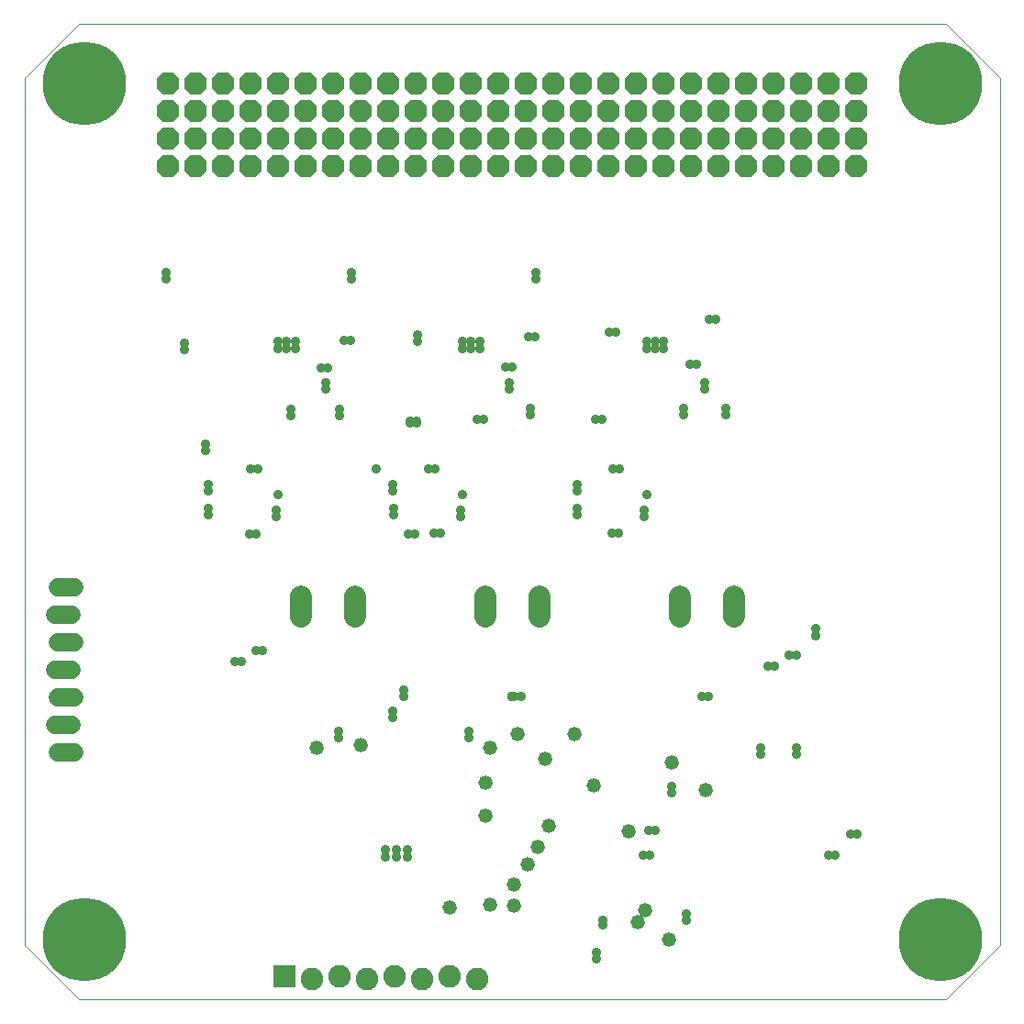
<source format=gbs>
G75*
%MOIN*%
%OFA0B0*%
%FSLAX25Y25*%
%IPPOS*%
%LPD*%
%AMOC8*
5,1,8,0,0,1.08239X$1,22.5*
%
%ADD10C,0.07850*%
%ADD11OC8,0.08200*%
%ADD12C,0.00000*%
%ADD13C,0.30328*%
%ADD14C,0.05200*%
%ADD15R,0.08200X0.08200*%
%ADD16C,0.08200*%
%ADD17C,0.06800*%
%ADD18C,0.03581*%
%ADD19OC8,0.03581*%
D10*
X0102194Y0149063D02*
X0102194Y0156113D01*
X0121879Y0156113D02*
X0121879Y0149063D01*
X0169123Y0149063D02*
X0169123Y0156113D01*
X0188808Y0156113D02*
X0188808Y0149063D01*
X0239989Y0149063D02*
X0239989Y0156113D01*
X0259674Y0156113D02*
X0259674Y0149063D01*
D11*
X0263965Y0312470D03*
X0253965Y0312470D03*
X0243965Y0312470D03*
X0233965Y0312470D03*
X0223965Y0312470D03*
X0213965Y0312470D03*
X0203965Y0312470D03*
X0193965Y0312470D03*
X0183965Y0312470D03*
X0173965Y0312470D03*
X0163965Y0312470D03*
X0153965Y0312470D03*
X0143965Y0312470D03*
X0133965Y0312470D03*
X0123965Y0312470D03*
X0113965Y0312470D03*
X0103965Y0312470D03*
X0093965Y0312470D03*
X0083965Y0312470D03*
X0073965Y0312470D03*
X0063965Y0312470D03*
X0053965Y0312470D03*
X0053965Y0322470D03*
X0053965Y0332470D03*
X0063965Y0332470D03*
X0063965Y0322470D03*
X0073965Y0322470D03*
X0073965Y0332470D03*
X0073965Y0342470D03*
X0063965Y0342470D03*
X0053965Y0342470D03*
X0083965Y0342470D03*
X0083965Y0332470D03*
X0083965Y0322470D03*
X0093965Y0322470D03*
X0093965Y0332470D03*
X0093965Y0342470D03*
X0103965Y0342470D03*
X0113965Y0342470D03*
X0113965Y0332470D03*
X0103965Y0332470D03*
X0103965Y0322470D03*
X0113965Y0322470D03*
X0123965Y0322470D03*
X0123965Y0332470D03*
X0123965Y0342470D03*
X0133965Y0342470D03*
X0133965Y0332470D03*
X0133965Y0322470D03*
X0143965Y0322470D03*
X0143965Y0332470D03*
X0143965Y0342470D03*
X0153965Y0342470D03*
X0163965Y0342470D03*
X0163965Y0332470D03*
X0153965Y0332470D03*
X0153965Y0322470D03*
X0163965Y0322470D03*
X0173965Y0322470D03*
X0173965Y0332470D03*
X0173965Y0342470D03*
X0183965Y0342470D03*
X0183965Y0332470D03*
X0183965Y0322470D03*
X0193965Y0322470D03*
X0193965Y0332470D03*
X0203965Y0332470D03*
X0203965Y0322470D03*
X0213965Y0322470D03*
X0213965Y0332470D03*
X0213965Y0342470D03*
X0203965Y0342470D03*
X0193965Y0342470D03*
X0223965Y0342470D03*
X0223965Y0332470D03*
X0223965Y0322470D03*
X0233965Y0322470D03*
X0233965Y0332470D03*
X0233965Y0342470D03*
X0243965Y0342470D03*
X0253965Y0342470D03*
X0253965Y0332470D03*
X0243965Y0332470D03*
X0243965Y0322470D03*
X0253965Y0322470D03*
X0263965Y0322470D03*
X0263965Y0332470D03*
X0263965Y0342470D03*
X0273965Y0342470D03*
X0273965Y0332470D03*
X0273965Y0322470D03*
X0273965Y0312470D03*
X0283965Y0312470D03*
X0283965Y0322470D03*
X0283965Y0332470D03*
X0283965Y0342470D03*
X0293965Y0342470D03*
X0303965Y0342470D03*
X0303965Y0332470D03*
X0293965Y0332470D03*
X0293965Y0322470D03*
X0303965Y0322470D03*
X0303965Y0312470D03*
X0293965Y0312470D03*
D12*
X0336446Y0009793D02*
X0021485Y0009793D01*
X0001800Y0029478D01*
X0001800Y0344438D01*
X0021485Y0364123D01*
X0336446Y0364123D01*
X0356131Y0344438D01*
X0356131Y0029478D01*
X0336446Y0009793D01*
D13*
X0334477Y0031446D03*
X0334477Y0342470D03*
X0023454Y0342470D03*
X0023454Y0031446D03*
D14*
X0108099Y0101328D03*
X0123847Y0102312D03*
X0171091Y0101328D03*
X0180934Y0106249D03*
X0190776Y0097391D03*
X0201603Y0106249D03*
X0208493Y0087549D03*
X0221288Y0070816D03*
X0237036Y0095915D03*
X0249339Y0086072D03*
X0227194Y0042273D03*
X0224733Y0037844D03*
X0236052Y0031446D03*
X0192145Y0072785D03*
X0188231Y0065303D03*
X0184610Y0059055D03*
X0179595Y0051535D03*
X0179595Y0044035D03*
X0171091Y0044241D03*
X0156328Y0043257D03*
X0169123Y0076722D03*
X0169123Y0088533D03*
D15*
X0096288Y0018167D03*
D16*
X0106288Y0017167D03*
X0116288Y0018167D03*
X0126288Y0017167D03*
X0136288Y0018167D03*
X0146288Y0017167D03*
X0156288Y0018167D03*
X0166288Y0017167D03*
D17*
X0019830Y0099527D02*
X0013830Y0099527D01*
X0012830Y0109527D02*
X0018830Y0109527D01*
X0019830Y0119527D02*
X0013830Y0119527D01*
X0012830Y0129527D02*
X0018830Y0129527D01*
X0019830Y0139527D02*
X0013830Y0139527D01*
X0012830Y0149527D02*
X0018830Y0149527D01*
X0019830Y0159527D02*
X0013830Y0159527D01*
D18*
X0067548Y0209399D03*
X0067548Y0209399D03*
X0067548Y0211761D03*
X0067548Y0211761D03*
X0068729Y0196801D03*
X0068729Y0196801D03*
X0068729Y0194438D03*
X0068729Y0194438D03*
X0068729Y0188139D03*
X0068729Y0188139D03*
X0068729Y0185777D03*
X0068729Y0185777D03*
X0083690Y0179084D03*
X0086052Y0179084D03*
X0093335Y0185383D03*
X0093335Y0187745D03*
X0093926Y0193257D03*
X0086446Y0202706D03*
X0086446Y0202706D03*
X0084083Y0202706D03*
X0084083Y0202706D03*
X0098650Y0221997D03*
X0098650Y0221997D03*
X0098650Y0224360D03*
X0098650Y0224360D03*
X0111249Y0231446D03*
X0111249Y0231446D03*
X0111249Y0233808D03*
X0111249Y0233808D03*
X0112036Y0239320D03*
X0109674Y0239320D03*
X0100225Y0246407D03*
X0100225Y0246407D03*
X0100225Y0248769D03*
X0100225Y0248769D03*
X0097076Y0248769D03*
X0097076Y0248769D03*
X0097076Y0246407D03*
X0097076Y0246407D03*
X0093926Y0246407D03*
X0093926Y0246407D03*
X0093926Y0248769D03*
X0093926Y0248769D03*
X0117942Y0249360D03*
X0120304Y0249360D03*
X0120698Y0271604D03*
X0120698Y0273966D03*
X0144517Y0251131D03*
X0144517Y0248769D03*
X0160855Y0248769D03*
X0160855Y0248769D03*
X0160855Y0246407D03*
X0160855Y0246407D03*
X0164005Y0246407D03*
X0164005Y0246407D03*
X0164005Y0248769D03*
X0164005Y0248769D03*
X0167154Y0248769D03*
X0167154Y0248769D03*
X0167154Y0246407D03*
X0167154Y0246407D03*
X0176603Y0239714D03*
X0178965Y0239714D03*
X0177784Y0233808D03*
X0177784Y0233808D03*
X0177784Y0231446D03*
X0177784Y0231446D03*
X0185658Y0224753D03*
X0185658Y0224753D03*
X0185658Y0222391D03*
X0185658Y0222391D03*
X0168532Y0220619D03*
X0168532Y0220619D03*
X0166170Y0220619D03*
X0151013Y0202706D03*
X0151013Y0202706D03*
X0148650Y0202706D03*
X0148650Y0202706D03*
X0160855Y0193257D03*
X0160265Y0187549D03*
X0160265Y0185186D03*
X0152981Y0179281D03*
X0152981Y0179281D03*
X0150619Y0179281D03*
X0150619Y0179281D03*
X0143532Y0179084D03*
X0141170Y0179084D03*
X0136052Y0185777D03*
X0136052Y0185777D03*
X0136052Y0188139D03*
X0136052Y0188139D03*
X0135658Y0194438D03*
X0135658Y0194438D03*
X0135658Y0196801D03*
X0135658Y0196801D03*
X0129753Y0202706D03*
X0141957Y0219241D03*
X0141957Y0219832D03*
X0144320Y0219832D03*
X0144320Y0219241D03*
X0116367Y0221997D03*
X0116367Y0221997D03*
X0116367Y0224360D03*
X0116367Y0224360D03*
X0060068Y0246013D03*
X0060068Y0248375D03*
X0053178Y0271604D03*
X0053178Y0273966D03*
X0053178Y0273966D03*
X0184871Y0250541D03*
X0187233Y0250541D03*
X0187627Y0271604D03*
X0187627Y0273966D03*
X0187627Y0273966D03*
X0214398Y0252312D03*
X0216761Y0252312D03*
X0227784Y0248769D03*
X0227784Y0248769D03*
X0227784Y0246407D03*
X0227784Y0246407D03*
X0230934Y0246407D03*
X0230934Y0246407D03*
X0230934Y0248769D03*
X0230934Y0248769D03*
X0234083Y0248769D03*
X0234083Y0248769D03*
X0234083Y0246407D03*
X0234083Y0246407D03*
X0243532Y0240501D03*
X0245894Y0240501D03*
X0249044Y0233808D03*
X0249044Y0233808D03*
X0249044Y0231446D03*
X0249044Y0231446D03*
X0256524Y0224753D03*
X0256524Y0224753D03*
X0256524Y0222391D03*
X0256524Y0222391D03*
X0241170Y0222391D03*
X0241170Y0224753D03*
X0217942Y0202706D03*
X0217942Y0202706D03*
X0215580Y0202706D03*
X0215580Y0202706D03*
X0227784Y0193257D03*
X0226997Y0187549D03*
X0226997Y0185186D03*
X0217548Y0179281D03*
X0215186Y0179281D03*
X0215186Y0179281D03*
X0202587Y0185777D03*
X0202587Y0188139D03*
X0202587Y0194438D03*
X0202587Y0194438D03*
X0202587Y0196801D03*
X0202587Y0196801D03*
X0209280Y0220619D03*
X0211643Y0220619D03*
X0250619Y0257037D03*
X0252981Y0257037D03*
X0289398Y0144438D03*
X0289398Y0142076D03*
X0282115Y0134989D03*
X0282115Y0134989D03*
X0279753Y0134989D03*
X0279753Y0134989D03*
X0274241Y0131052D03*
X0274241Y0131052D03*
X0271879Y0131052D03*
X0271879Y0131052D03*
X0250225Y0120029D03*
X0250225Y0120029D03*
X0247863Y0120029D03*
X0247863Y0120029D03*
X0269320Y0101328D03*
X0269320Y0098966D03*
X0282312Y0098966D03*
X0282312Y0101328D03*
X0301800Y0070029D03*
X0301800Y0070029D03*
X0304162Y0070029D03*
X0304162Y0070029D03*
X0296288Y0062155D03*
X0293926Y0062155D03*
X0293926Y0062155D03*
X0242154Y0041092D03*
X0242154Y0038730D03*
X0228965Y0062155D03*
X0228965Y0062155D03*
X0226603Y0062155D03*
X0226603Y0062155D03*
X0228572Y0071210D03*
X0228572Y0071210D03*
X0230934Y0071210D03*
X0230934Y0071210D03*
X0236839Y0084793D03*
X0236839Y0087155D03*
X0212036Y0038730D03*
X0212036Y0036958D03*
X0209674Y0026919D03*
X0209674Y0024556D03*
X0140776Y0061761D03*
X0140776Y0061761D03*
X0140776Y0064123D03*
X0140776Y0064123D03*
X0136839Y0064123D03*
X0136839Y0064123D03*
X0136839Y0061761D03*
X0136839Y0061761D03*
X0132902Y0061761D03*
X0132902Y0061761D03*
X0132902Y0064123D03*
X0132902Y0064123D03*
X0115973Y0105068D03*
X0115973Y0105068D03*
X0115973Y0107430D03*
X0115973Y0107430D03*
X0135658Y0112155D03*
X0135658Y0112155D03*
X0135658Y0114517D03*
X0135658Y0114517D03*
X0139595Y0120029D03*
X0139595Y0120029D03*
X0139595Y0122391D03*
X0139595Y0122391D03*
X0163217Y0107430D03*
X0163217Y0107430D03*
X0163217Y0105068D03*
X0163217Y0105068D03*
X0179753Y0120029D03*
X0179753Y0120029D03*
X0182115Y0120029D03*
X0182115Y0120029D03*
X0088414Y0136564D03*
X0088414Y0136564D03*
X0086052Y0136564D03*
X0086052Y0136564D03*
X0080540Y0132627D03*
X0080540Y0132627D03*
X0078178Y0132627D03*
X0078178Y0132627D03*
D19*
X0178965Y0120029D03*
M02*

</source>
